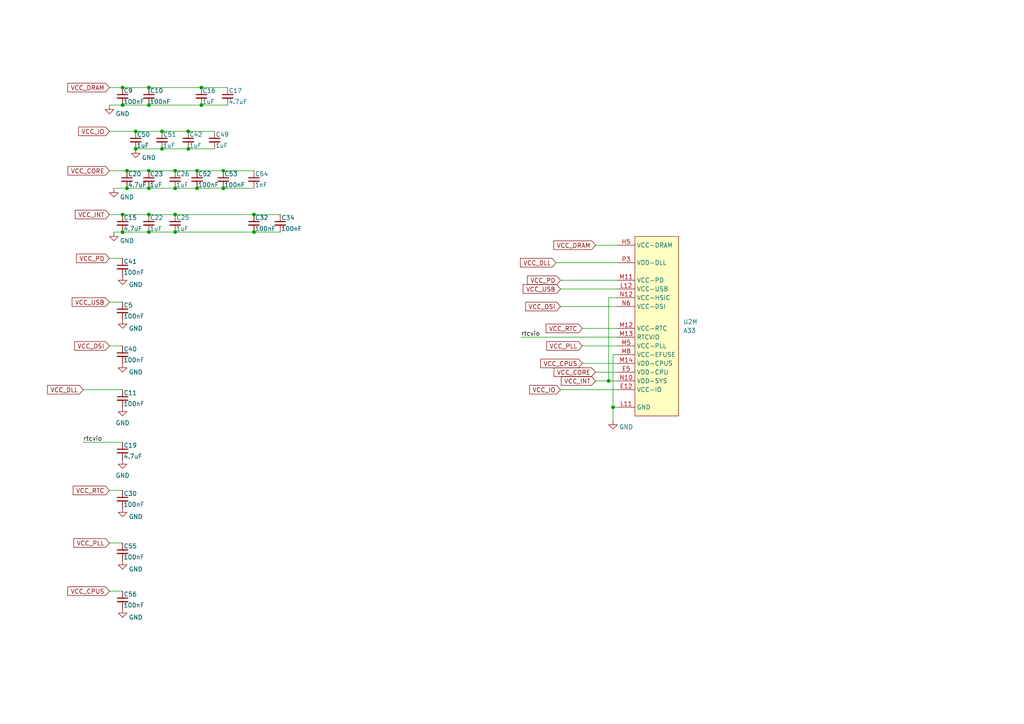
<source format=kicad_sch>
(kicad_sch (version 20250114) (generator "eeschema") (generator_version "9.0")
  (paper "A4")
  (lib_symbols
    (symbol "Device:C_Small" (pin_numbers (hide yes)) (pin_names (offset 0.254) (hide yes))
      (property "Reference" "C" (at 0.254 1.778 0))
      (property "Value" "C_Small" (at 0.254 -2.032 0))
      (symbol "C_Small_0_1"
        (polyline (pts (xy -1.524 0.508) (xy 1.524 0.508)) (stroke (width 0.3048)))
        (polyline (pts (xy -1.524 -0.508) (xy 1.524 -0.508)) (stroke (width 0.3302)))
      )
      (symbol "C_Small_1_1"
        (pin passive line (at 0 2.54 270) (length 2.032) (name "~") (number "1"))
        (pin passive line (at 0 -2.54 90) (length 2.032) (name "~") (number "2"))
      )
    )
    (symbol "allwinner:A33"
      (property "Reference" "U" (at 3.81 3.81 0))
      (property "Value" "A33" (at 3.81 1.27 0))
      (symbol "A33_1_0"
        (pin passive line (at -12.7 -2.54 0) (length 5.08) (name "SDQ0") (number "M1"))
        (pin passive line (at -12.7 -5.08 0) (length 5.08) (name "SDQ1") (number "M2"))
        (pin passive line (at -12.7 -7.62 0) (length 5.08) (name "SDQ2") (number "L1"))
        (pin passive line (at -12.7 -10.16 0) (length 5.08) (name "SDQ3") (number "L2"))
        (pin passive line (at -12.7 -12.7 0) (length 5.08) (name "SDQ4") (number "J1"))
        (pin passive line (at -12.7 -15.24 0) (length 5.08) (name "SDQ5") (number "J2"))
        (pin passive line (at -12.7 -17.78 0) (length 5.08) (name "SDQ6") (number "H1"))
        (pin passive line (at -12.7 -20.32 0) (length 5.08) (name "SDQ7") (number "H2"))
        (pin passive line (at -12.7 -22.86 0) (length 5.08) (name "SDQ8") (number "U3"))
        (pin passive line (at -12.7 -25.4 0) (length 5.08) (name "SDQ9") (number "U1"))
        (pin passive line (at -12.7 -27.94 0) (length 5.08) (name "SDQ10") (number "U2"))
        (pin passive line (at -12.7 -30.48 0) (length 5.08) (name "SDQ11") (number "T2"))
        (pin passive line (at -12.7 -33.02 0) (length 5.08) (name "SDQ12") (number "R2"))
        (pin passive line (at -12.7 -35.56 0) (length 5.08) (name "SDQ13") (number "P1"))
        (pin passive line (at -12.7 -38.1 0) (length 5.08) (name "SDQ14") (number "P2"))
        (pin passive line (at -12.7 -40.64 0) (length 5.08) (name "SDQ15") (number "N1"))
        (pin passive line (at 12.7 -2.54 180) (length 5.08) (name "SA0") (number "E4"))
        (pin passive line (at 12.7 -5.08 180) (length 5.08) (name "SA1") (number "D1"))
        (pin passive line (at 12.7 -7.62 180) (length 5.08) (name "SA2") (number "F2"))
        (pin passive line (at 12.7 -10.16 180) (length 5.08) (name "SA3") (number "H3"))
        (pin passive line (at 12.7 -12.7 180) (length 5.08) (name "SA4") (number "D2"))
        (pin passive line (at 12.7 -15.24 180) (length 5.08) (name "SA5") (number "F1"))
        (pin passive line (at 12.7 -17.78 180) (length 5.08) (name "SA6") (number "A1"))
        (pin passive line (at 12.7 -20.32 180) (length 5.08) (name "SA7") (number "G4"))
        (pin passive line (at 12.7 -22.86 180) (length 5.08) (name "SA8") (number "B1"))
        (pin passive line (at 12.7 -25.4 180) (length 5.08) (name "SA9") (number "F4"))
        (pin passive line (at 12.7 -27.94 180) (length 5.08) (name "SA10") (number "E2"))
        (pin passive line (at 12.7 -30.48 180) (length 5.08) (name "SA11") (number "C2"))
        (pin passive line (at 12.7 -33.02 180) (length 5.08) (name "SA12") (number "E1"))
        (pin passive line (at 12.7 -35.56 180) (length 5.08) (name "SA13") (number "F3"))
        (pin passive line (at 12.7 -38.1 180) (length 5.08) (name "SA14") (number "C1"))
        (pin passive line (at 12.7 -40.64 180) (length 5.08) (name "SA15") (number "E3"))
        (pin passive line (at 12.7 -45.72 180) (length 5.08) (name "BA0") (number "J3"))
        (pin passive line (at 12.7 -48.26 180) (length 5.08) (name "BA1") (number "K4"))
        (pin passive line (at 12.7 -50.8 180) (length 5.08) (name "BA2") (number "H4"))
        (pin passive line (at 12.7 -55.88 180) (length 5.08) (name "RAS") (number "L4"))
        (pin passive line (at 12.7 -58.42 180) (length 5.08) (name "CAS") (number "M3"))
        (pin passive line (at 12.7 -60.96 180) (length 5.08) (name "WE") (number "K3"))
        (pin passive line (at 12.7 -63.5 180) (length 5.08) (name "RST") (number "G3"))
        (pin passive line (at 12.7 -68.58 180) (length 5.08) (name "ODT0") (number "L3"))
        (pin passive line (at 12.7 -71.12 180) (length 5.08) (name "ODT1") (number "L7"))
      )
      (symbol "A33_1_1"
        (rectangle (start -7.62 0) (end 7.62 -86.36) (stroke (width 0.1524)) (fill (type background)))
        (pin passive line (at -12.7 -45.72 0) (length 5.08) (name "CK+") (number "G1"))
        (pin passive line (at -12.7 -48.26 0) (length 5.08) (name "CK-") (number "G2"))
        (pin passive line (at -12.7 -53.34 0) (length 5.08) (name "CKE0") (number "J4"))
        (pin passive line (at -12.7 -55.88 0) (length 5.08) (name "CKE1") (number "N7"))
        (pin passive line (at -12.7 -60.96 0) (length 5.08) (name "DM0") (number "N2"))
        (pin passive line (at -12.7 -63.5 0) (length 5.08) (name "DM1") (number "T3"))
        (pin passive line (at -12.7 -68.58 0) (length 5.08) (name "DQS0+") (number "K2"))
        (pin passive line (at -12.7 -71.12 0) (length 5.08) (name "DQS0-") (number "K1"))
        (pin passive line (at -12.7 -73.66 0) (length 5.08) (name "DQS1+") (number "R1"))
        (pin passive line (at -12.7 -76.2 0) (length 5.08) (name "DQS1-") (number "T1"))
        (pin passive line (at -12.7 -81.28 0) (length 5.08) (name "DZQ") (number "R3"))
        (pin passive line (at -12.7 -83.82 0) (length 5.08) (name "SVREF") (number "M4"))
        (pin passive line (at 12.7 -78.74 180) (length 5.08) (name "CS0") (number "N3"))
        (pin passive line (at 12.7 -81.28 180) (length 5.08) (name "CS1") (number "N5"))
      )
      (symbol "A33_2_0"
        (pin passive line (at -7.62 -2.54 0) (length 5.08) (name "PB0") (number "G17"))
        (pin passive line (at -7.62 -5.08 0) (length 5.08) (name "PB1") (number "G16"))
        (pin passive line (at -7.62 -7.62 0) (length 5.08) (name "PB2") (number "F17"))
        (pin passive line (at -7.62 -10.16 0) (length 5.08) (name "PB3") (number "F16"))
        (pin passive line (at -7.62 -12.7 0) (length 5.08) (name "PB4") (number "G14"))
        (pin passive line (at -7.62 -15.24 0) (length 5.08) (name "PB5") (number "G15"))
        (pin passive line (at -7.62 -17.78 0) (length 5.08) (name "PB6") (number "F14"))
        (pin passive line (at -7.62 -20.32 0) (length 5.08) (name "PB7") (number "F15"))
      )
      (symbol "A33_2_1"
        (rectangle (start -2.54 0) (end 2.54 -22.86) (stroke (width 0.1524)) (fill (type background)))
      )
      (symbol "A33_3_0"
        (pin passive line (at -7.62 -2.54 0) (length 5.08) (name "PC0") (number "D12"))
        (pin passive line (at -7.62 -5.08 0) (length 5.08) (name "PC1") (number "C12"))
        (pin passive line (at -7.62 -7.62 0) (length 5.08) (name "PC2") (number "C11"))
        (pin passive line (at -7.62 -10.16 0) (length 5.08) (name "PC3") (number "D11"))
        (pin passive line (at -7.62 -12.7 0) (length 5.08) (name "PC4") (number "B11"))
        (pin passive line (at -7.62 -15.24 0) (length 5.08) (name "PC5") (number "C10"))
        (pin passive line (at -7.62 -17.78 0) (length 5.08) (name "PC6") (number "D10"))
        (pin passive line (at -7.62 -20.32 0) (length 5.08) (name "PC7") (number "A12"))
        (pin passive line (at -7.62 -22.86 0) (length 5.08) (name "PC8") (number "A11"))
        (pin passive line (at -7.62 -25.4 0) (length 5.08) (name "PC9") (number "B10"))
        (pin passive line (at -7.62 -27.94 0) (length 5.08) (name "PC10") (number "A10"))
        (pin passive line (at -7.62 -30.48 0) (length 5.08) (name "PC11") (number "B9"))
        (pin passive line (at -7.62 -33.02 0) (length 5.08) (name "PC12") (number "A9"))
        (pin passive line (at -7.62 -35.56 0) (length 5.08) (name "PC13") (number "B8"))
        (pin passive line (at -7.62 -38.1 0) (length 5.08) (name "PC14") (number "A8"))
        (pin passive line (at -7.62 -40.64 0) (length 5.08) (name "PC15") (number "B7"))
        (pin passive line (at -7.62 -43.18 0) (length 5.08) (name "PC16") (number "A7"))
      )
      (symbol "A33_3_1"
        (rectangle (start -2.54 0) (end 3.81 -45.72) (stroke (width 0.1524)) (fill (type background)))
      )
      (symbol "A33_4_0"
        (pin passive line (at -7.62 -2.54 0) (length 5.08) (name "PD2") (number "R12"))
        (pin passive line (at -7.62 -5.08 0) (length 5.08) (name "PD3") (number "P12"))
        (pin passive line (at -7.62 -7.62 0) (length 5.08) (name "PD4") (number "R11"))
        (pin passive line (at -7.62 -10.16 0) (length 5.08) (name "PD5") (number "P11"))
        (pin passive line (at -7.62 -12.7 0) (length 5.08) (name "PD6") (number "R10"))
        (pin passive line (at -7.62 -15.24 0) (length 5.08) (name "PD7") (number "P10"))
        (pin passive line (at -7.62 -22.86 0) (length 5.08) (name "PD10") (number "R9"))
        (pin passive line (at -7.62 -25.4 0) (length 5.08) (name "PD11") (number "P9"))
        (pin passive line (at -7.62 -27.94 0) (length 5.08) (name "PD12") (number "R8"))
        (pin passive line (at -7.62 -30.48 0) (length 5.08) (name "PD13") (number "P8"))
        (pin passive line (at -7.62 -33.02 0) (length 5.08) (name "PD14") (number "R7"))
        (pin passive line (at -7.62 -35.56 0) (length 5.08) (name "PD15") (number "P7"))
        (pin passive line (at -7.62 -43.18 0) (length 5.08) (name "PD18") (number "U11"))
        (pin passive line (at -7.62 -45.72 0) (length 5.08) (name "PD19") (number "T11"))
        (pin passive line (at -7.62 -48.26 0) (length 5.08) (name "PD20") (number "U10"))
        (pin passive line (at -7.62 -50.8 0) (length 5.08) (name "PD21") (number "T10"))
        (pin passive line (at -7.62 -53.34 0) (length 5.08) (name "PD22") (number "U9"))
        (pin passive line (at -7.62 -55.88 0) (length 5.08) (name "PD23") (number "T9"))
        (pin passive line (at -7.62 -58.42 0) (length 5.08) (name "PD24") (number "U8"))
        (pin passive line (at -7.62 -60.96 0) (length 5.08) (name "PD25") (number "T8"))
        (pin passive line (at -7.62 -63.5 0) (length 5.08) (name "PD26") (number "U7"))
        (pin passive line (at -7.62 -66.04 0) (length 5.08) (name "PD27") (number "T7"))
      )
      (symbol "A33_4_1"
        (rectangle (start -2.54 0) (end 3.81 -68.58) (stroke (width 0.1524)) (fill (type background)))
      )
      (symbol "A33_5_0"
        (pin passive line (at -8.89 -2.54 0) (length 5.08) (name "PE0") (number "C5"))
        (pin passive line (at -8.89 -5.08 0) (length 5.08) (name "PE1") (number "D5"))
        (pin passive line (at -8.89 -7.62 0) (length 5.08) (name "PE2") (number "C6"))
        (pin passive line (at -8.89 -10.16 0) (length 5.08) (name "PE3") (number "D6"))
        (pin passive line (at -8.89 -12.7 0) (length 5.08) (name "PE4") (number "A6"))
        (pin passive line (at -8.89 -15.24 0) (length 5.08) (name "PE5") (number "B6"))
        (pin passive line (at -8.89 -17.78 0) (length 5.08) (name "PE6") (number "A5"))
        (pin passive line (at -8.89 -20.32 0) (length 5.08) (name "PE7") (number "B5"))
        (pin passive line (at -8.89 -22.86 0) (length 5.08) (name "PE8") (number "A4"))
        (pin passive line (at -8.89 -25.4 0) (length 5.08) (name "PE9") (number "B4"))
        (pin passive line (at -8.89 -27.94 0) (length 5.08) (name "PE10") (number "A3"))
        (pin passive line (at -8.89 -30.48 0) (length 5.08) (name "PE11") (number "B3"))
        (pin passive line (at -8.89 -33.02 0) (length 5.08) (name "PE12") (number "A2"))
        (pin passive line (at -8.89 -35.56 0) (length 5.08) (name "PE13") (number "B2"))
        (pin passive line (at -8.89 -38.1 0) (length 5.08) (name "PE14") (number "C3"))
        (pin passive line (at -8.89 -40.64 0) (length 5.08) (name "PE15") (number "D3"))
        (pin passive line (at -8.89 -43.18 0) (length 5.08) (name "PE16") (number "C4"))
        (pin passive line (at -8.89 -45.72 0) (length 5.08) (name "PE17") (number "D4"))
      )
      (symbol "A33_5_1"
        (rectangle (start -3.81 0) (end 2.54 -48.26) (stroke (width 0.1524)) (fill (type background)))
      )
      (symbol "A33_6_0"
        (pin passive line (at -7.62 -2.54 0) (length 5.08) (name "PF0") (number "D9"))
        (pin passive line (at -7.62 -5.08 0) (length 5.08) (name "PF1") (number "C9"))
        (pin passive line (at -7.62 -7.62 0) (length 5.08) (name "PF2") (number "D8"))
        (pin passive line (at -7.62 -10.16 0) (length 5.08) (name "PF3") (number "C8"))
        (pin passive line (at -7.62 -12.7 0) (length 5.08) (name "PF4") (number "D7"))
        (pin passive line (at -7.62 -15.24 0) (length 5.08) (name "PF5") (number "C7"))
      )
      (symbol "A33_6_1"
        (rectangle (start -2.54 0) (end 3.81 -20.32) (stroke (width 0.1524)) (fill (type background)))
      )
      (symbol "A33_7_0"
        (pin passive line (at -8.89 -2.54 0) (length 5.08) (name "PG0") (number "A15"))
        (pin passive line (at -8.89 -5.08 0) (length 5.08) (name "PG1") (number "B15"))
        (pin passive line (at -8.89 -7.62 0) (length 5.08) (name "PG2") (number "A14"))
        (pin passive line (at -8.89 -10.16 0) (length 5.08) (name "PG3") (number "B14"))
        (pin passive line (at -8.89 -12.7 0) (length 5.08) (name "PG4") (number "A13"))
        (pin passive line (at -8.89 -15.24 0) (length 5.08) (name "PG5") (number "B13"))
        (pin passive line (at -8.89 -17.78 0) (length 5.08) (name "PG6") (number "A17"))
        (pin passive line (at -8.89 -20.32 0) (length 5.08) (name "PG7") (number "B17"))
        (pin passive line (at -8.89 -22.86 0) (length 5.08) (name "PG8") (number "B16"))
        (pin passive line (at -8.89 -25.4 0) (length 5.08) (name "PG9") (number "A16"))
        (pin passive line (at -8.89 -27.94 0) (length 5.08) (name "PG10") (number "C17"))
        (pin passive line (at -8.89 -30.48 0) (length 5.08) (name "PG11") (number "C16"))
        (pin passive line (at -8.89 -33.02 0) (length 5.08) (name "PG12") (number "C15"))
        (pin passive line (at -8.89 -35.56 0) (length 5.08) (name "PG13") (number "C14"))
      )
      (symbol "A33_7_1"
        (rectangle (start -3.81 0) (end 3.81 -38.1) (stroke (width 0.1524)) (fill (type background)))
      )
      (symbol "A33_8_0"
        (pin passive line (at -7.62 -2.54 0) (length 5.08) (name "PH0") (number "D17"))
        (pin passive line (at -7.62 -5.08 0) (length 5.08) (name "PH1") (number "D16"))
        (pin passive line (at -7.62 -7.62 0) (length 5.08) (name "PH2") (number "D15"))
        (pin passive line (at -7.62 -10.16 0) (length 5.08) (name "PH3") (number "D14"))
        (pin passive line (at -7.62 -12.7 0) (length 5.08) (name "PH4") (number "D13"))
        (pin passive line (at -7.62 -15.24 0) (length 5.08) (name "PH5") (number "C13"))
        (pin passive line (at -7.62 -17.78 0) (length 5.08) (name "PH6") (number "E17"))
        (pin passive line (at -7.62 -20.32 0) (length 5.08) (name "PH7") (number "E16"))
        (pin passive line (at -7.62 -22.86 0) (length 5.08) (name "PH8") (number "E15"))
        (pin passive line (at -7.62 -25.4 0) (length 5.08) (name "PH9") (number "E14"))
      )
      (symbol "A33_8_1"
        (rectangle (start -2.54 0) (end 2.54 -27.94) (stroke (width 0.1524)) (fill (type background)))
      )
      (symbol "A33_9_0"
        (pin passive line (at -7.62 -2.54 0) (length 5.08) (name "PL0") (number "P16"))
        (pin passive line (at -7.62 -5.08 0) (length 5.08) (name "PL1") (number "P15"))
        (pin passive line (at -7.62 -7.62 0) (length 5.08) (name "PL2") (number "U14"))
        (pin passive line (at -7.62 -10.16 0) (length 5.08) (name "PL3") (number "T14"))
        (pin passive line (at -7.62 -12.7 0) (length 5.08) (name "PL4") (number "R14"))
        (pin passive line (at -7.62 -15.24 0) (length 5.08) (name "PL5") (number "P14"))
        (pin passive line (at -7.62 -17.78 0) (length 5.08) (name "PL6") (number "U13"))
        (pin passive line (at -7.62 -20.32 0) (length 5.08) (name "PL7") (number "T13"))
        (pin passive line (at -7.62 -22.86 0) (length 5.08) (name "PL8") (number "R13"))
        (pin passive line (at -7.62 -25.4 0) (length 5.08) (name "PL9") (number "P13"))
        (pin passive line (at -7.62 -27.94 0) (length 5.08) (name "PL10") (number "U12"))
        (pin passive line (at -7.62 -30.48 0) (length 5.08) (name "PL11") (number "T12"))
      )
      (symbol "A33_9_1"
        (rectangle (start -2.54 0) (end 3.81 -33.02) (stroke (width 0.1524)) (fill (type background)))
      )
      (symbol "A33_10_0"
        (pin passive line (at -12.7 -2.54 0) (length 5.08) (name "CLK24M_IN") (number "U4"))
        (pin passive line (at -12.7 -5.08 0) (length 5.08) (name "CLK24M_OUT") (number "T4"))
        (pin passive line (at -12.7 -10.16 0) (length 5.08) (name "CLK32K_IN") (number "R17"))
        (pin passive line (at -12.7 -12.7 0) (length 5.08) (name "CLK32K_OUT") (number "R16"))
        (pin passive line (at -12.7 -15.24 0) (length 5.08) (name "CLK32-KFOUT") (number "R15"))
        (pin passive line (at -12.7 -20.32 0) (length 5.08) (name "~{NMI}") (number "N14"))
        (pin passive line (at -12.7 -22.86 0) (length 5.08) (name "~{RESET}") (number "P17"))
        (pin passive line (at -12.7 -27.94 0) (length 5.08) (name "DM0") (number "T16"))
        (pin passive line (at -12.7 -30.48 0) (length 5.08) (name "DP0") (number "T17"))
        (pin passive line (at -12.7 -35.56 0) (length 5.08) (name "DM1") (number "U16"))
        (pin passive line (at -12.7 -38.1 0) (length 5.08) (name "DP1") (number "U17"))
        (pin passive line (at -12.7 -43.18 0) (length 5.08) (name "HSIC-DAT") (number "U15"))
        (pin passive line (at -12.7 -45.72 0) (length 5.08) (name "HSIC-STR") (number "T15"))
      )
      (symbol "A33_10_1"
        (rectangle (start -7.62 0) (end 7.62 -48.26) (stroke (width 0.1524)) (fill (type background)))
      )
      (symbol "A33_11_0"
        (pin passive line (at -11.43 -2.54 0) (length 5.08) (name "MBIAS") (number "K14"))
        (pin passive line (at -11.43 -5.08 0) (length 5.08) (name "MIC1N") (number "M16"))
        (pin passive line (at -11.43 -7.62 0) (length 5.08) (name "MIC1P") (number "M17"))
        (pin passive line (at -11.43 -10.16 0) (length 5.08) (name "MIC2N") (number "N16"))
        (pin passive line (at -11.43 -12.7 0) (length 5.08) (name "MIC2P") (number "N17"))
        (pin passive line (at -11.43 -17.78 0) (length 5.08) (name "LINEINR") (number "J15"))
        (pin passive line (at -11.43 -20.32 0) (length 5.08) (name "LINEINL") (number "H15"))
        (pin passive line (at -11.43 -25.4 0) (length 5.08) (name "VRA1") (number "K16"))
        (pin passive line (at -11.43 -27.94 0) (length 5.08) (name "VRA2") (number "K17"))
        (pin passive line (at -11.43 -30.48 0) (length 5.08) (name "VRP") (number "L17"))
        (pin passive line (at -11.43 -35.56 0) (length 5.08) (name "AVCC") (number "L16"))
        (pin passive line (at -11.43 -38.1 0) (length 5.08) (name "AGND") (number "H13"))
        (pin passive line (at -11.43 -43.18 0) (length 5.08) (name "PHONEOUTN") (number "N15"))
        (pin passive line (at -11.43 -45.72 0) (length 5.08) (name "PHONEOUTP") (number "M15"))
        (pin passive line (at -11.43 -50.8 0) (length 5.08) (name "PHONEINN") (number "K15"))
        (pin passive line (at -11.43 -53.34 0) (length 5.08) (name "PHONEINP") (number "L15"))
        (pin passive line (at -11.43 -58.42 0) (length 5.08) (name "HBIAS") (number "J14"))
        (pin passive line (at -11.43 -60.96 0) (length 5.08) (name "HPOUTR") (number "J16"))
        (pin passive line (at -11.43 -63.5 0) (length 5.08) (name "HPOUTL") (number "J17"))
        (pin passive line (at -11.43 -66.04 0) (length 5.08) (name "HPCOM") (number "H14"))
        (pin passive line (at -11.43 -68.58 0) (length 5.08) (name "HPCOMFB") (number "H16"))
        (pin passive line (at -11.43 -71.12 0) (length 5.08) (name "HPVCCBP") (number "H17"))
        (pin passive line (at -11.43 -73.66 0) (length 5.08) (name "HPVCCIN") (number "K13"))
        (pin passive line (at -11.43 -78.74 0) (length 5.08) (name "LRADC0") (number "L14"))
      )
      (symbol "A33_11_1"
        (rectangle (start -6.35 0) (end 6.35 -81.28) (stroke (width 0.1524)) (fill (type background)))
      )
      (symbol "A33_12_0"
        (pin passive line (at -10.16 -2.54 0) (length 5.08) (name "MDSI-CKN") (number "U5"))
        (pin passive line (at -10.16 -5.08 0) (length 5.08) (name "MDSI-CKP") (number "T5"))
        (pin passive line (at -10.16 -7.62 0) (length 5.08) (name "MDSI-D0N") (number "R4"))
        (pin passive line (at -10.16 -10.16 0) (length 5.08) (name "MDSI-D0P") (number "P4"))
        (pin passive line (at -10.16 -12.7 0) (length 5.08) (name "MDSI-D1N") (number "R5"))
        (pin passive line (at -10.16 -15.24 0) (length 5.08) (name "MDSI-D1P") (number "P5"))
        (pin passive line (at -10.16 -17.78 0) (length 5.08) (name "MDSI-D2N") (number "U6"))
        (pin passive line (at -10.16 -20.32 0) (length 5.08) (name "MDSI-D2P") (number "T6"))
        (pin passive line (at -10.16 -22.86 0) (length 5.08) (name "MDSI-D3N") (number "R6"))
        (pin passive line (at -10.16 -25.4 0) (length 5.08) (name "MDSI-D3P") (number "P6"))
      )
      (symbol "A33_12_1"
        (rectangle (start -5.08 0) (end 6.35 -27.94) (stroke (width 0.1524)) (fill (type background)))
      )
      (symbol "A33_13_0"
        (pin passive line (at -7.62 -5.08 0) (length 5.08) (name "VCC-DRAM") (number "H5"))
        (pin passive line (at -7.62 -5.08 0) (length 5.08) (hide yes) (name "VCC-DRAM") (number "H6"))
        (pin passive line (at -7.62 -5.08 0) (length 5.08) (hide yes) (name "VCC-DRAM") (number "J5"))
        (pin passive line (at -7.62 -5.08 0) (length 5.08) (hide yes) (name "VCC-DRAM") (number "J6"))
        (pin passive line (at -7.62 -5.08 0) (length 5.08) (hide yes) (name "VCC-DRAM") (number "K5"))
        (pin passive line (at -7.62 -5.08 0) (length 5.08) (hide yes) (name "VCC-DRAM") (number "L5"))
        (pin passive line (at -7.62 -10.16 0) (length 5.08) (name "VDD-DLL") (number "P3"))
        (pin passive line (at -7.62 -15.24 0) (length 5.08) (name "VCC-PD") (number "M11"))
        (pin passive line (at -7.62 -15.24 0) (length 5.08) (hide yes) (name "VCC-PD") (number "N11"))
        (pin passive line (at -7.62 -17.78 0) (length 5.08) (name "VCC-USB") (number "L12"))
        (pin passive line (at -7.62 -20.32 0) (length 5.08) (name "VCC-HSIC") (number "N12"))
        (pin passive line (at -7.62 -22.86 0) (length 5.08) (name "VCC-DSI") (number "N6"))
        (pin passive line (at -7.62 -29.21 0) (length 5.08) (name "VCC-RTC") (number "M12"))
        (pin passive line (at -7.62 -31.75 0) (length 5.08) (name "RTCVIO") (number "M13"))
        (pin passive line (at -7.62 -34.29 0) (length 5.08) (name "VCC-PLL") (number "M5"))
        (pin passive line (at -7.62 -36.83 0) (length 5.08) (name "VCC-EFUSE") (number "M8"))
        (pin passive line (at -7.62 -39.37 0) (length 5.08) (name "VDD-CPUS") (number "M14"))
        (pin passive line (at -7.62 -41.91 0) (length 5.08) (name "VDD-CPU") (number "E5"))
        (pin passive line (at -7.62 -41.91 0) (length 5.08) (hide yes) (name "VDD-CPU") (number "E6"))
        (pin passive line (at -7.62 -41.91 0) (length 5.08) (hide yes) (name "VDD-CPU") (number "E7"))
        (pin passive line (at -7.62 -41.91 0) (length 5.08) (hide yes) (name "VDD-CPU") (number "F5"))
        (pin passive line (at -7.62 -41.91 0) (length 5.08) (hide yes) (name "VDD-CPU") (number "F6"))
        (pin passive line (at -7.62 -41.91 0) (length 5.08) (hide yes) (name "VDD-CPU") (number "F7"))
        (pin passive line (at -7.62 -41.91 0) (length 5.08) (hide yes) (name "VDD-CPU") (number "G5"))
        (pin passive line (at -7.62 -41.91 0) (length 5.08) (hide yes) (name "VDD-CPU") (number "G6"))
        (pin passive line (at -7.62 -44.45 0) (length 5.08) (hide yes) (name "VDD-SYS") (number "E10"))
        (pin passive line (at -7.62 -44.45 0) (length 5.08) (hide yes) (name "VDD-SYS") (number "E8"))
        (pin passive line (at -7.62 -44.45 0) (length 5.08) (hide yes) (name "VDD-SYS") (number "E9"))
        (pin passive line (at -7.62 -44.45 0) (length 5.08) (hide yes) (name "VDD-SYS") (number "K6"))
        (pin passive line (at -7.62 -44.45 0) (length 5.08) (hide yes) (name "VDD-SYS") (number "L6"))
        (pin passive line (at -7.62 -44.45 0) (length 5.08) (hide yes) (name "VDD-SYS") (number "M6"))
        (pin passive line (at -7.62 -44.45 0) (length 5.08) (hide yes) (name "VDD-SYS") (number "M7"))
        (pin passive line (at -7.62 -44.45 0) (length 5.08) (name "VDD-SYS") (number "N10"))
        (pin passive line (at -7.62 -44.45 0) (length 5.08) (hide yes) (name "VDD-SYS") (number "N8"))
        (pin passive line (at -7.62 -44.45 0) (length 5.08) (hide yes) (name "VDD-SYS") (number "N9"))
        (pin passive line (at -7.62 -46.99 0) (length 5.08) (hide yes) (name "VCC-IO") (number "E11"))
        (pin passive line (at -7.62 -46.99 0) (length 5.08) (name "VCC-IO") (number "E12"))
        (pin passive line (at -7.62 -46.99 0) (length 5.08) (hide yes) (name "VCC-IO") (number "F11"))
        (pin passive line (at -7.62 -46.99 0) (length 5.08) (hide yes) (name "VCC-IO") (number "F12"))
        (pin passive line (at -7.62 -46.99 0) (length 5.08) (hide yes) (name "VCC-IO") (number "G12"))
        (pin passive line (at -7.62 -52.07 0) (length 5.08) (hide yes) (name "GND") (number "F10"))
        (pin passive line (at -7.62 -52.07 0) (length 5.08) (hide yes) (name "GND") (number "F8"))
        (pin passive line (at -7.62 -52.07 0) (length 5.08) (hide yes) (name "GND") (number "F9"))
        (pin passive line (at -7.62 -52.07 0) (length 5.08) (hide yes) (name "GND") (number "G10"))
        (pin passive line (at -7.62 -52.07 0) (length 5.08) (hide yes) (name "GND") (number "G11"))
        (pin passive line (at -7.62 -52.07 0) (length 5.08) (hide yes) (name "GND") (number "G7"))
        (pin passive line (at -7.62 -52.07 0) (length 5.08) (hide yes) (name "GND") (number "G8"))
        (pin passive line (at -7.62 -52.07 0) (length 5.08) (hide yes) (name "GND") (number "G9"))
        (pin passive line (at -7.62 -52.07 0) (length 5.08) (hide yes) (name "GND") (number "H10"))
        (pin passive line (at -7.62 -52.07 0) (length 5.08) (hide yes) (name "GND") (number "H11"))
        (pin passive line (at -7.62 -52.07 0) (length 5.08) (hide yes) (name "GND") (number "H12"))
        (pin passive line (at -7.62 -52.07 0) (length 5.08) (hide yes) (name "GND") (number "H7"))
        (pin passive line (at -7.62 -52.07 0) (length 5.08) (hide yes) (name "GND") (number "H8"))
        (pin passive line (at -7.62 -52.07 0) (length 5.08) (hide yes) (name "GND") (number "H9"))
        (pin passive line (at -7.62 -52.07 0) (length 5.08) (hide yes) (name "GND") (number "J10"))
        (pin passive line (at -7.62 -52.07 0) (length 5.08) (hide yes) (name "GND") (number "J11"))
        (pin passive line (at -7.62 -52.07 0) (length 5.08) (hide yes) (name "GND") (number "J12"))
        (pin passive line (at -7.62 -52.07 0) (length 5.08) (hide yes) (name "GND") (number "J7"))
        (pin passive line (at -7.62 -52.07 0) (length 5.08) (hide yes) (name "GND") (number "J8"))
        (pin passive line (at -7.62 -52.07 0) (length 5.08) (hide yes) (name "GND") (number "J9"))
        (pin passive line (at -7.62 -52.07 0) (length 5.08) (hide yes) (name "GND") (number "K10"))
        (pin passive line (at -7.62 -52.07 0) (length 5.08) (hide yes) (name "GND") (number "K11"))
        (pin passive line (at -7.62 -52.07 0) (length 5.08) (hide yes) (name "GND") (number "K12"))
        (pin passive line (at -7.62 -52.07 0) (length 5.08) (hide yes) (name "GND") (number "K7"))
        (pin passive line (at -7.62 -52.07 0) (length 5.08) (hide yes) (name "GND") (number "K8"))
        (pin passive line (at -7.62 -52.07 0) (length 5.08) (hide yes) (name "GND") (number "K9"))
        (pin passive line (at -7.62 -52.07 0) (length 5.08) (hide yes) (name "GND") (number "L10"))
        (pin passive line (at -7.62 -52.07 0) (length 5.08) (name "GND") (number "L11"))
        (pin passive line (at -7.62 -52.07 0) (length 5.08) (hide yes) (name "GND") (number "L8"))
        (pin passive line (at -7.62 -52.07 0) (length 5.08) (hide yes) (name "GND") (number "L9"))
        (pin passive line (at -7.62 -52.07 0) (length 5.08) (hide yes) (name "GND") (number "M10"))
        (pin passive line (at -7.62 -52.07 0) (length 5.08) (hide yes) (name "GND") (number "M9"))
        (pin passive line (at -7.62 -52.07 0) (length 5.08) (hide yes) (name "GND") (number "N4"))
      )
      (symbol "A33_13_1"
        (rectangle (start -2.54 -2.54) (end 10.16 -54.61) (stroke (width 0.1524)) (fill (type background)))
      )
    )
    (symbol "power:GND" (power) (pin_names (offset 0))
      (property "Value" "GND" (at 0 -3.81 0))
      (symbol "GND_0_1"
        (polyline (pts (xy 0 0) (xy 0 -1.27) (xy 1.27 -1.27) (xy 0 -2.54) (xy -1.27 -1.27) (xy 0 -1.27)))
      )
      (symbol "GND_1_1"
        (pin power_in line (at 0 0 270) (length 0) (hide yes) (name "GND") (number "1"))
      )
    )
  )
  (junction (at 177.8 118.11))
  (junction (at 43.18 49.53))
  (junction (at 50.8 62.23))
  (junction (at 43.18 67.31))
  (junction (at 64.77 54.61))
  (junction (at 57.15 49.53))
  (junction (at 57.15 54.61))
  (junction (at 73.66 67.31))
  (junction (at 36.83 49.53))
  (junction (at 46.99 43.18))
  (junction (at 58.42 30.48))
  (junction (at 43.18 25.4))
  (junction (at 58.42 25.4))
  (junction (at 39.37 38.1))
  (junction (at 54.61 43.18))
  (junction (at 176.53 110.49))
  (junction (at 50.8 54.61))
  (junction (at 43.18 54.61))
  (junction (at 35.56 25.4) (diameter 0.9144))
  (junction (at 64.77 49.53))
  (junction (at 73.66 62.23))
  (junction (at 43.18 30.48))
  (junction (at 35.56 30.48) (diameter 0.9144))
  (junction (at 36.83 54.61))
  (junction (at 50.8 67.31))
  (junction (at 46.99 38.1))
  (junction (at 35.56 62.23))
  (junction (at 35.56 67.31))
  (junction (at 50.8 49.53))
  (junction (at 54.61 38.1))
  (junction (at 43.18 62.23))
  (junction (at 39.37 43.18))
  (wire (pts (xy 43.18 67.31) (xy 50.8 67.31)))
  (wire (pts (xy 39.37 43.18) (xy 46.99 43.18)))
  (wire (pts (xy 31.75 171.45) (xy 35.56 171.45)))
  (wire (pts (xy 54.61 43.18) (xy 62.23 43.18)))
  (wire (pts (xy 35.56 30.48) (xy 43.18 30.48)))
  (wire (pts (xy 151.13 97.79) (xy 179.07 97.79)))
  (wire (pts (xy 46.99 43.18) (xy 54.61 43.18)))
  (wire (pts (xy 172.72 107.95) (xy 179.07 107.95)))
  (wire (pts (xy 162.56 83.82) (xy 179.07 83.82)))
  (wire (pts (xy 43.18 30.48) (xy 58.42 30.48)))
  (wire (pts (xy 33.02 67.31) (xy 35.56 67.31)))
  (wire (pts (xy 31.75 25.4) (xy 35.56 25.4)))
  (wire (pts (xy 35.56 67.31) (xy 43.18 67.31)))
  (wire (pts (xy 177.8 118.11) (xy 177.8 121.92)))
  (wire (pts (xy 43.18 25.4) (xy 58.42 25.4)))
  (wire (pts (xy 43.18 62.23) (xy 50.8 62.23)))
  (wire (pts (xy 57.15 54.61) (xy 64.77 54.61)))
  (wire (pts (xy 168.91 105.41) (xy 179.07 105.41)))
  (wire (pts (xy 177.8 118.11) (xy 179.07 118.11)))
  (wire (pts (xy 24.13 113.03) (xy 35.56 113.03)))
  (wire (pts (xy 33.02 54.61) (xy 36.83 54.61)))
  (wire (pts (xy 172.72 110.49) (xy 176.53 110.49)))
  (wire (pts (xy 50.8 54.61) (xy 57.15 54.61)))
  (wire (pts (xy 31.75 157.48) (xy 35.56 157.48)))
  (wire (pts (xy 179.07 86.36) (xy 176.53 86.36)))
  (wire (pts (xy 35.56 62.23) (xy 43.18 62.23)))
  (wire (pts (xy 31.75 62.23) (xy 35.56 62.23)))
  (wire (pts (xy 168.91 100.33) (xy 179.07 100.33)))
  (wire (pts (xy 162.56 81.28) (xy 179.07 81.28)))
  (wire (pts (xy 50.8 62.23) (xy 73.66 62.23)))
  (wire (pts (xy 36.83 49.53) (xy 43.18 49.53)))
  (wire (pts (xy 31.75 30.48) (xy 35.56 30.48)))
  (wire (pts (xy 43.18 49.53) (xy 50.8 49.53)))
  (wire (pts (xy 168.91 95.25) (xy 179.07 95.25)))
  (wire (pts (xy 50.8 49.53) (xy 57.15 49.53)))
  (wire (pts (xy 31.75 142.24) (xy 35.56 142.24)))
  (wire (pts (xy 36.83 54.61) (xy 43.18 54.61)))
  (wire (pts (xy 58.42 30.48) (xy 66.04 30.48)))
  (wire (pts (xy 31.75 87.63) (xy 35.56 87.63)))
  (wire (pts (xy 172.72 71.12) (xy 179.07 71.12)))
  (wire (pts (xy 31.75 100.33) (xy 35.56 100.33)))
  (wire (pts (xy 162.56 113.03) (xy 179.07 113.03)))
  (wire (pts (xy 46.99 38.1) (xy 54.61 38.1)))
  (wire (pts (xy 64.77 49.53) (xy 73.66 49.53)))
  (wire (pts (xy 73.66 62.23) (xy 81.28 62.23)))
  (wire (pts (xy 177.8 102.87) (xy 177.8 118.11)))
  (wire (pts (xy 43.18 54.61) (xy 50.8 54.61)))
  (wire (pts (xy 64.77 54.61) (xy 73.66 54.61)))
  (wire (pts (xy 54.61 38.1) (xy 62.23 38.1)))
  (wire (pts (xy 176.53 110.49) (xy 179.07 110.49)))
  (wire (pts (xy 39.37 38.1) (xy 46.99 38.1)))
  (wire (pts (xy 35.56 25.4) (xy 43.18 25.4)))
  (wire (pts (xy 162.56 88.9) (xy 179.07 88.9)))
  (wire (pts (xy 50.8 67.31) (xy 73.66 67.31)))
  (wire (pts (xy 24.13 128.27) (xy 35.56 128.27)))
  (wire (pts (xy 58.42 25.4) (xy 66.04 25.4)))
  (wire (pts (xy 57.15 49.53) (xy 64.77 49.53)))
  (wire (pts (xy 31.75 38.1) (xy 39.37 38.1)))
  (wire (pts (xy 176.53 86.36) (xy 176.53 110.49)))
  (wire (pts (xy 179.07 102.87) (xy 177.8 102.87)))
  (wire (pts (xy 161.29 76.2) (xy 179.07 76.2)))
  (wire (pts (xy 31.75 49.53) (xy 36.83 49.53)))
  (wire (pts (xy 73.66 67.31) (xy 81.28 67.31)))
  (wire (pts (xy 31.75 74.93) (xy 35.56 74.93)))
  (label "rtcvio" (at 24.13 128.27 0))
  (label "rtcvio" (at 151.13 97.79 0))
  (global_label "VCC_PD" (shape input) (at 162.56 81.28 180) (property "Intersheetrefs" "${INTERSHEET_REFS}" (effects (hide yes))))
  (global_label "VCC_PD" (shape input) (at 31.75 74.93 180) (property "Intersheetrefs" "${INTERSHEET_REFS}" (effects (hide yes))))
  (global_label "VCC_CPUS" (shape input) (at 31.75 171.45 180) (property "Intersheetrefs" "${INTERSHEET_REFS}" (effects (hide yes))))
  (global_label "VCC_IO" (shape input) (at 162.56 113.03 180) (property "Intersheetrefs" "${INTERSHEET_REFS}" (effects (hide yes))))
  (global_label "VCC_DRAM" (shape input) (at 172.72 71.12 180) (property "Intersheetrefs" "${INTERSHEET_REFS}" (effects (hide yes))))
  (global_label "VCC_INT" (shape input) (at 31.75 62.23 180) (property "Intersheetrefs" "${INTERSHEET_REFS}" (effects (hide yes))))
  (global_label "VCC_IO" (shape input) (at 31.75 38.1 180) (property "Intersheetrefs" "${INTERSHEET_REFS}" (effects (hide yes))))
  (global_label "VCC_CPUS" (shape input) (at 168.91 105.41 180) (property "Intersheetrefs" "${INTERSHEET_REFS}" (effects (hide yes))))
  (global_label "VCC_CORE" (shape input) (at 31.75 49.53 180) (property "Intersheetrefs" "${INTERSHEET_REFS}" (effects (hide yes))))
  (global_label "VCC_USB" (shape input) (at 31.75 87.63 180) (property "Intersheetrefs" "${INTERSHEET_REFS}" (effects (hide yes))))
  (global_label "VCC_DSI" (shape input) (at 162.56 88.9 180) (property "Intersheetrefs" "${INTERSHEET_REFS}" (effects (hide yes))))
  (global_label "VCC_RTC" (shape input) (at 168.91 95.25 180) (property "Intersheetrefs" "${INTERSHEET_REFS}" (effects (hide yes))))
  (global_label "VCC_DLL" (shape input) (at 24.13 113.03 180) (property "Intersheetrefs" "${INTERSHEET_REFS}" (effects (hide yes))))
  (global_label "VCC_DLL" (shape input) (at 161.29 76.2 180) (property "Intersheetrefs" "${INTERSHEET_REFS}" (effects (hide yes))))
  (global_label "VCC_INT" (shape input) (at 172.72 110.49 180) (property "Intersheetrefs" "${INTERSHEET_REFS}" (effects (hide yes))))
  (global_label "VCC_PLL" (shape input) (at 168.91 100.33 180) (property "Intersheetrefs" "${INTERSHEET_REFS}" (effects (hide yes))))
  (global_label "VCC_DSI" (shape input) (at 31.75 100.33 180) (property "Intersheetrefs" "${INTERSHEET_REFS}" (effects (hide yes))))
  (global_label "VCC_RTC" (shape input) (at 31.75 142.24 180) (property "Intersheetrefs" "${INTERSHEET_REFS}" (effects (hide yes))))
  (global_label "VCC_DRAM" (shape input) (at 31.75 25.4 180) (property "Intersheetrefs" "${INTERSHEET_REFS}" (effects (hide yes))))
  (global_label "VCC_PLL" (shape input) (at 31.75 157.48 180) (property "Intersheetrefs" "${INTERSHEET_REFS}" (effects (hide yes))))
  (global_label "VCC_CORE" (shape input) (at 172.72 107.95 180) (property "Intersheetrefs" "${INTERSHEET_REFS}" (effects (hide yes))))
  (global_label "VCC_USB" (shape input) (at 162.56 83.82 180) (property "Intersheetrefs" "${INTERSHEET_REFS}" (effects (hide yes))))
  (symbol (lib_id "power:GND") (at 33.02 67.31 0) (unit 1)
    (property "Reference" "#PWR09" (effects (hide yes)))
    (property "Value" "GND" (at 36.83 69.85 0))
  )
  (symbol (lib_id "power:GND") (at 39.37 43.18 0) (unit 1)
    (property "Reference" "#PWR025" (effects (hide yes)))
    (property "Value" "GND" (at 43.18 45.72 0))
  )
  (symbol (lib_id "Device:C_Small") (at 62.23 40.64 0) (unit 1)
    (property "Reference" "C49" (at 62.5051 39.0134 0) (effects (justify left)))
    (property "Value" "1uF" (at 62.4566 42.1995 0) (effects (justify left)))
    (property "Footprint" "Capacitor_SMD:C_0402_1005Metric" (effects (hide yes)))
  )
  (symbol (lib_id "Device:C_Small") (at 35.56 27.94 0) (unit 1)
    (property "Reference" "C9" (at 35.8351 26.3134 0) (effects (justify left)))
    (property "Value" "100nF" (at 35.7866 29.4995 0) (effects (justify left)))
    (property "Footprint" "Capacitor_SMD:C_0402_1005Metric" (effects (hide yes)))
  )
  (symbol (lib_id "Device:C_Small") (at 35.56 90.17 0) (unit 1)
    (property "Reference" "C5" (at 35.8351 88.5434 0) (effects (justify left)))
    (property "Value" "100nF" (at 35.7866 91.7295 0) (effects (justify left)))
    (property "Footprint" "Capacitor_SMD:C_0402_1005Metric" (effects (hide yes)))
  )
  (symbol (lib_id "power:GND") (at 35.56 105.41 0) (unit 1)
    (property "Reference" "#PWR023" (effects (hide yes)))
    (property "Value" "GND" (at 39.37 107.95 0))
  )
  (symbol (lib_id "Device:C_Small") (at 46.99 40.64 0) (unit 1)
    (property "Reference" "C51" (at 47.2651 39.0134 0) (effects (justify left)))
    (property "Value" "1uF" (at 47.2166 42.1995 0) (effects (justify left)))
    (property "Footprint" "Capacitor_SMD:C_0402_1005Metric" (effects (hide yes)))
  )
  (symbol (lib_id "power:GND") (at 31.75 30.48 0) (unit 1)
    (property "Reference" "#PWR05" (effects (hide yes)))
    (property "Value" "GND" (at 35.56 33.02 0))
  )
  (symbol (lib_id "power:GND") (at 35.56 118.11 0) (unit 1)
    (property "Reference" "#PWR021" (effects (hide yes)))
    (property "Value" "GND" (at 35.56 122.6726 0))
  )
  (symbol (lib_id "Device:C_Small") (at 81.28 64.77 0) (unit 1)
    (property "Reference" "C34" (at 81.5551 63.1434 0) (effects (justify left)))
    (property "Value" "100nF" (at 81.5066 66.3295 0) (effects (justify left)))
    (property "Footprint" "Capacitor_SMD:C_0402_1005Metric" (effects (hide yes)))
  )
  (symbol (lib_id "Device:C_Small") (at 35.56 115.57 0) (unit 1)
    (property "Reference" "C11" (at 35.8351 113.9434 0) (effects (justify left)))
    (property "Value" "100nF" (at 35.7866 117.1295 0) (effects (justify left)))
    (property "Footprint" "Capacitor_SMD:C_0402_1005Metric" (effects (hide yes)))
  )
  (symbol (lib_id "Device:C_Small") (at 35.56 144.78 0) (unit 1)
    (property "Reference" "C30" (at 35.8351 143.1534 0) (effects (justify left)))
    (property "Value" "100nF" (at 35.7866 146.3395 0) (effects (justify left)))
    (property "Footprint" "Capacitor_SMD:C_0201_0603Metric" (effects (hide yes)))
  )
  (symbol (lib_id "Device:C_Small") (at 35.56 173.99 0) (unit 1)
    (property "Reference" "C56" (at 35.8351 172.3634 0) (effects (justify left)))
    (property "Value" "100nF" (at 35.7866 175.5495 0) (effects (justify left)))
    (property "Footprint" "Capacitor_SMD:C_0402_1005Metric" (effects (hide yes)))
  )
  (symbol (lib_id "power:GND") (at 35.56 92.71 0) (unit 1)
    (property "Reference" "#PWR04" (effects (hide yes)))
    (property "Value" "GND" (at 39.37 95.25 0))
  )
  (symbol (lib_id "power:GND") (at 35.56 176.53 0) (unit 1)
    (property "Reference" "#PWR029" (effects (hide yes)))
    (property "Value" "GND" (at 39.37 179.07 0))
  )
  (symbol (lib_id "Device:C_Small") (at 57.15 52.07 0) (unit 1)
    (property "Reference" "C52" (at 57.4251 50.4434 0) (effects (justify left)))
    (property "Value" "100nF" (at 57.3766 53.6295 0) (effects (justify left)))
    (property "Footprint" "Capacitor_SMD:C_0402_1005Metric" (effects (hide yes)))
  )
  (symbol (lib_id "power:GND") (at 177.8 121.92 0) (unit 1)
    (property "Reference" "#PWR014" (effects (hide yes)))
    (property "Value" "GND" (at 181.61 123.825 0))
  )
  (symbol (lib_id "Device:C_Small") (at 54.61 40.64 0) (unit 1)
    (property "Reference" "C42" (at 54.8851 39.0134 0) (effects (justify left)))
    (property "Value" "1uF" (at 54.8366 42.1995 0) (effects (justify left)))
    (property "Footprint" "Capacitor_SMD:C_0402_1005Metric" (effects (hide yes)))
  )
  (symbol (lib_id "power:GND") (at 33.02 54.61 0) (unit 1)
    (property "Reference" "#PWR010" (effects (hide yes)))
    (property "Value" "GND" (at 36.83 57.15 0))
  )
  (symbol (lib_id "Device:C_Small") (at 36.83 52.07 0) (unit 1)
    (property "Reference" "C20" (at 37.1051 50.4434 0) (effects (justify left)))
    (property "Value" "4.7uF" (at 37.0566 53.6295 0) (effects (justify left)))
    (property "Footprint" "Capacitor_SMD:C_0402_1005Metric" (effects (hide yes)))
  )
  (symbol (lib_id "Device:C_Small") (at 43.18 52.07 0) (unit 1)
    (property "Reference" "C23" (at 43.4551 50.4434 0) (effects (justify left)))
    (property "Value" "1uF" (at 43.4066 53.6295 0) (effects (justify left)))
    (property "Footprint" "Capacitor_SMD:C_0402_1005Metric" (effects (hide yes)))
  )
  (symbol (lib_id "Device:C_Small") (at 35.56 160.02 0) (unit 1)
    (property "Reference" "C55" (at 35.8351 158.3934 0) (effects (justify left)))
    (property "Value" "100nF" (at 35.7866 161.5795 0) (effects (justify left)))
    (property "Footprint" "Capacitor_SMD:C_0201_0603Metric" (effects (hide yes)))
  )
  (symbol (lib_id "Device:C_Small") (at 64.77 52.07 0) (unit 1)
    (property "Reference" "C53" (at 65.0451 50.4434 0) (effects (justify left)))
    (property "Value" "100nF" (at 64.9966 53.6295 0) (effects (justify left)))
    (property "Footprint" "Capacitor_SMD:C_0402_1005Metric" (effects (hide yes)))
  )
  (symbol (lib_id "Device:C_Small") (at 66.04 27.94 0) (unit 1)
    (property "Reference" "C17" (at 66.3151 26.3134 0) (effects (justify left)))
    (property "Value" "4.7uF" (at 66.2666 29.4995 0) (effects (justify left)))
    (property "Footprint" "Capacitor_SMD:C_0402_1005Metric" (effects (hide yes)))
  )
  (symbol (lib_id "power:GND") (at 35.56 147.32 0) (unit 1)
    (property "Reference" "#PWR027" (effects (hide yes)))
    (property "Value" "GND" (at 39.37 149.86 0))
  )
  (symbol (lib_id "Device:C_Small") (at 39.37 40.64 0) (unit 1)
    (property "Reference" "C50" (at 39.6451 39.0134 0) (effects (justify left)))
    (property "Value" "1uF" (at 39.5966 42.1995 0) (effects (justify left)))
    (property "Footprint" "Capacitor_SMD:C_0402_1005Metric" (effects (hide yes)))
  )
  (symbol (lib_id "power:GND") (at 35.56 80.01 0) (unit 1)
    (property "Reference" "#PWR024" (effects (hide yes)))
    (property "Value" "GND" (at 39.37 82.55 0))
  )
  (symbol (lib_id "Device:C_Small") (at 50.8 64.77 0) (unit 1)
    (property "Reference" "C25" (at 51.0751 63.1434 0) (effects (justify left)))
    (property "Value" "1uF" (at 51.0266 66.3295 0) (effects (justify left)))
    (property "Footprint" "Capacitor_SMD:C_0402_1005Metric" (effects (hide yes)))
  )
  (symbol (lib_id "Device:C_Small") (at 73.66 52.07 0) (unit 1)
    (property "Reference" "C54" (at 73.9351 50.4434 0) (effects (justify left)))
    (property "Value" "1nF" (at 73.8866 53.6295 0) (effects (justify left)))
    (property "Footprint" "Capacitor_SMD:C_0402_1005Metric" (effects (hide yes)))
  )
  (symbol (lib_id "Device:C_Small") (at 73.66 64.77 0) (unit 1)
    (property "Reference" "C32" (at 73.9351 63.1434 0) (effects (justify left)))
    (property "Value" "100nF" (at 73.8866 66.3295 0) (effects (justify left)))
    (property "Footprint" "Capacitor_SMD:C_0402_1005Metric" (effects (hide yes)))
  )
  (symbol (lib_id "Device:C_Small") (at 43.18 64.77 0) (unit 1)
    (property "Reference" "C22" (at 43.4551 63.1434 0) (effects (justify left)))
    (property "Value" "1uF" (at 43.4066 66.3295 0) (effects (justify left)))
    (property "Footprint" "Capacitor_SMD:C_0402_1005Metric" (effects (hide yes)))
  )
  (symbol (lib_id "Device:C_Small") (at 35.56 102.87 0) (unit 1)
    (property "Reference" "C40" (at 35.8351 101.2434 0) (effects (justify left)))
    (property "Value" "100nF" (at 35.7866 104.4295 0) (effects (justify left)))
    (property "Footprint" "Capacitor_SMD:C_0201_0603Metric" (effects (hide yes)))
  )
  (symbol (lib_id "allwinner:A33") (at 186.69 66.04 0) (unit 13)
    (property "Reference" "U2" (at 198.12 93.3449 0) (effects (justify left)))
    (property "Value" "A33" (at 198.12 95.8849 0) (effects (justify left)))
    (property "Footprint" "allwinner:BGA-282_17x17_14.0x14.0mm" (effects (hide yes)))
  )
  (symbol (lib_id "Device:C_Small") (at 35.56 130.81 0) (unit 1)
    (property "Reference" "C19" (at 35.8351 129.1834 0) (effects (justify left)))
    (property "Value" "4.7uF" (at 35.7866 132.3695 0) (effects (justify left)))
    (property "Footprint" "Capacitor_SMD:C_0402_1005Metric" (effects (hide yes)))
  )
  (symbol (lib_id "Device:C_Small") (at 43.18 27.94 0) (unit 1)
    (property "Reference" "C10" (at 43.4551 26.3134 0) (effects (justify left)))
    (property "Value" "100nF" (at 43.4066 29.4995 0) (effects (justify left)))
    (property "Footprint" "Capacitor_SMD:C_0402_1005Metric" (effects (hide yes)))
  )
  (symbol (lib_id "Device:C_Small") (at 35.56 77.47 0) (unit 1)
    (property "Reference" "C41" (at 35.8351 75.8434 0) (effects (justify left)))
    (property "Value" "100nF" (at 35.7866 79.0295 0) (effects (justify left)))
    (property "Footprint" "Capacitor_SMD:C_0402_1005Metric" (effects (hide yes)))
  )
  (symbol (lib_id "Device:C_Small") (at 58.42 27.94 0) (unit 1)
    (property "Reference" "C16" (at 58.6951 26.3134 0) (effects (justify left)))
    (property "Value" "1uF" (at 58.6466 29.4995 0) (effects (justify left)))
    (property "Footprint" "Capacitor_SMD:C_0402_1005Metric" (effects (hide yes)))
  )
  (symbol (lib_id "power:GND") (at 35.56 133.35 0) (unit 1)
    (property "Reference" "#PWR026" (effects (hide yes)))
    (property "Value" "GND" (at 35.56 137.9126 0))
  )
  (symbol (lib_id "power:GND") (at 35.56 162.56 0) (unit 1)
    (property "Reference" "#PWR028" (effects (hide yes)))
    (property "Value" "GND" (at 39.37 165.1 0))
  )
  (symbol (lib_id "Device:C_Small") (at 35.56 64.77 0) (unit 1)
    (property "Reference" "C15" (at 35.8351 63.1434 0) (effects (justify left)))
    (property "Value" "4.7uF" (at 35.7866 66.3295 0) (effects (justify left)))
    (property "Footprint" "Capacitor_SMD:C_0402_1005Metric" (effects (hide yes)))
  )
  (symbol (lib_id "Device:C_Small") (at 50.8 52.07 0) (unit 1)
    (property "Reference" "C26" (at 51.0751 50.4434 0) (effects (justify left)))
    (property "Value" "1uF" (at 51.0266 53.6295 0) (effects (justify left)))
    (property "Footprint" "Capacitor_SMD:C_0402_1005Metric" (effects (hide yes)))
  )
)
</source>
